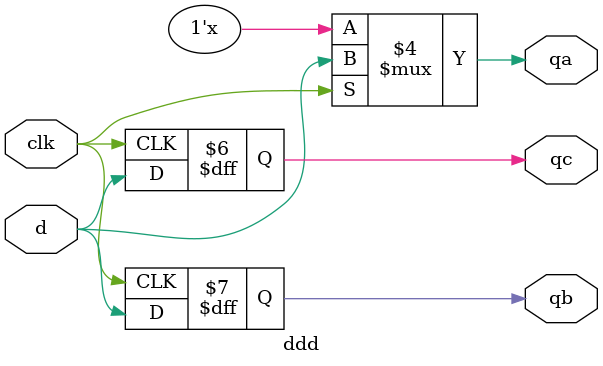
<source format=v>
module ddd(input clk, input d, output reg qa, output reg qb, output reg qc);
	always @ (clk) begin
		if(clk) begin
			qa <= d;
		end
	end
	
	always @ (posedge clk) begin
		qb <= d;
	end
	
	always @ (negedge clk) begin
		qc <= d;
	end
endmodule

</source>
